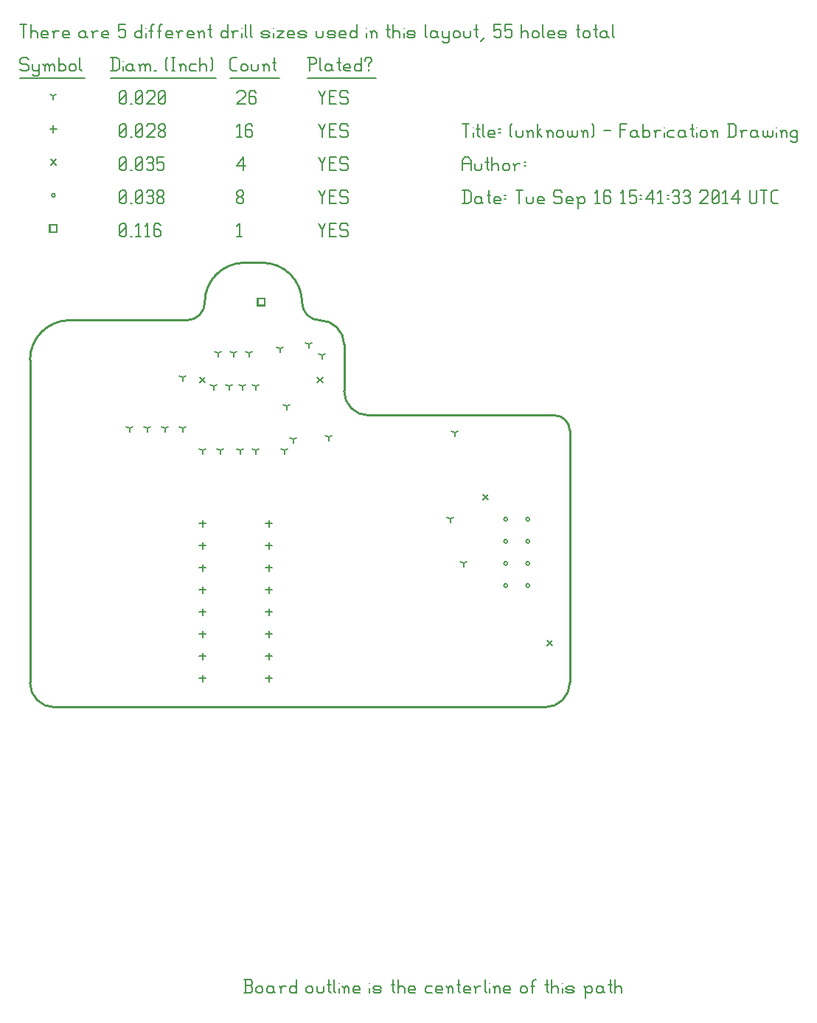
<source format=gbr>
G04 start of page 12 for group -3984 idx -3984 *
G04 Title: (unknown), fab *
G04 Creator: pcb 20110918 *
G04 CreationDate: Tue Sep 16 15:41:33 2014 UTC *
G04 For: fosse *
G04 Format: Gerber/RS-274X *
G04 PCB-Dimensions: 375000 325000 *
G04 PCB-Coordinate-Origin: lower left *
%MOIN*%
%FSLAX25Y25*%
%LNFAB*%
%ADD71C,0.0100*%
%ADD70C,0.0075*%
%ADD69C,0.0060*%
%ADD68R,0.0080X0.0080*%
G54D68*X107400Y304600D02*X110600D01*
X107400D02*Y301400D01*
X110600D01*
Y304600D02*Y301400D01*
X13400Y337850D02*X16600D01*
X13400D02*Y334650D01*
X16600D01*
Y337850D02*Y334650D01*
G54D69*X135000Y338500D02*X136500Y335500D01*
X138000Y338500D01*
X136500Y335500D02*Y332500D01*
X139800Y335800D02*X142050D01*
X139800Y332500D02*X142800D01*
X139800Y338500D02*Y332500D01*
Y338500D02*X142800D01*
X147600D02*X148350Y337750D01*
X145350Y338500D02*X147600D01*
X144600Y337750D02*X145350Y338500D01*
X144600Y337750D02*Y336250D01*
X145350Y335500D01*
X147600D01*
X148350Y334750D01*
Y333250D01*
X147600Y332500D02*X148350Y333250D01*
X145350Y332500D02*X147600D01*
X144600Y333250D02*X145350Y332500D01*
X98000Y337300D02*X99200Y338500D01*
Y332500D01*
X98000D02*X100250D01*
X45000Y333250D02*X45750Y332500D01*
X45000Y337750D02*Y333250D01*
Y337750D02*X45750Y338500D01*
X47250D01*
X48000Y337750D01*
Y333250D01*
X47250Y332500D02*X48000Y333250D01*
X45750Y332500D02*X47250D01*
X45000Y334000D02*X48000Y337000D01*
X49800Y332500D02*X50550D01*
X52350Y337300D02*X53550Y338500D01*
Y332500D01*
X52350D02*X54600D01*
X56400Y337300D02*X57600Y338500D01*
Y332500D01*
X56400D02*X58650D01*
X62700Y338500D02*X63450Y337750D01*
X61200Y338500D02*X62700D01*
X60450Y337750D02*X61200Y338500D01*
X60450Y337750D02*Y333250D01*
X61200Y332500D01*
X62700Y335800D02*X63450Y335050D01*
X60450Y335800D02*X62700D01*
X61200Y332500D02*X62700D01*
X63450Y333250D01*
Y335050D02*Y333250D01*
X228644Y204775D02*G75*G03X230244Y204775I800J0D01*G01*
G75*G03X228644Y204775I-800J0D01*G01*
Y194775D02*G75*G03X230244Y194775I800J0D01*G01*
G75*G03X228644Y194775I-800J0D01*G01*
Y184775D02*G75*G03X230244Y184775I800J0D01*G01*
G75*G03X228644Y184775I-800J0D01*G01*
Y174775D02*G75*G03X230244Y174775I800J0D01*G01*
G75*G03X228644Y174775I-800J0D01*G01*
X218644D02*G75*G03X220244Y174775I800J0D01*G01*
G75*G03X218644Y174775I-800J0D01*G01*
Y184775D02*G75*G03X220244Y184775I800J0D01*G01*
G75*G03X218644Y184775I-800J0D01*G01*
Y194775D02*G75*G03X220244Y194775I800J0D01*G01*
G75*G03X218644Y194775I-800J0D01*G01*
Y204775D02*G75*G03X220244Y204775I800J0D01*G01*
G75*G03X218644Y204775I-800J0D01*G01*
X14200Y351250D02*G75*G03X15800Y351250I800J0D01*G01*
G75*G03X14200Y351250I-800J0D01*G01*
X135000Y353500D02*X136500Y350500D01*
X138000Y353500D01*
X136500Y350500D02*Y347500D01*
X139800Y350800D02*X142050D01*
X139800Y347500D02*X142800D01*
X139800Y353500D02*Y347500D01*
Y353500D02*X142800D01*
X147600D02*X148350Y352750D01*
X145350Y353500D02*X147600D01*
X144600Y352750D02*X145350Y353500D01*
X144600Y352750D02*Y351250D01*
X145350Y350500D01*
X147600D01*
X148350Y349750D01*
Y348250D01*
X147600Y347500D02*X148350Y348250D01*
X145350Y347500D02*X147600D01*
X144600Y348250D02*X145350Y347500D01*
X98000Y348250D02*X98750Y347500D01*
X98000Y349450D02*Y348250D01*
Y349450D02*X99050Y350500D01*
X99950D01*
X101000Y349450D01*
Y348250D01*
X100250Y347500D02*X101000Y348250D01*
X98750Y347500D02*X100250D01*
X98000Y351550D02*X99050Y350500D01*
X98000Y352750D02*Y351550D01*
Y352750D02*X98750Y353500D01*
X100250D01*
X101000Y352750D01*
Y351550D01*
X99950Y350500D02*X101000Y351550D01*
X45000Y348250D02*X45750Y347500D01*
X45000Y352750D02*Y348250D01*
Y352750D02*X45750Y353500D01*
X47250D01*
X48000Y352750D01*
Y348250D01*
X47250Y347500D02*X48000Y348250D01*
X45750Y347500D02*X47250D01*
X45000Y349000D02*X48000Y352000D01*
X49800Y347500D02*X50550D01*
X52350Y348250D02*X53100Y347500D01*
X52350Y352750D02*Y348250D01*
Y352750D02*X53100Y353500D01*
X54600D01*
X55350Y352750D01*
Y348250D01*
X54600Y347500D02*X55350Y348250D01*
X53100Y347500D02*X54600D01*
X52350Y349000D02*X55350Y352000D01*
X57150Y352750D02*X57900Y353500D01*
X59400D01*
X60150Y352750D01*
X59400Y347500D02*X60150Y348250D01*
X57900Y347500D02*X59400D01*
X57150Y348250D02*X57900Y347500D01*
Y350800D02*X59400D01*
X60150Y352750D02*Y351550D01*
Y350050D02*Y348250D01*
Y350050D02*X59400Y350800D01*
X60150Y351550D02*X59400Y350800D01*
X61950Y348250D02*X62700Y347500D01*
X61950Y349450D02*Y348250D01*
Y349450D02*X63000Y350500D01*
X63900D01*
X64950Y349450D01*
Y348250D01*
X64200Y347500D02*X64950Y348250D01*
X62700Y347500D02*X64200D01*
X61950Y351550D02*X63000Y350500D01*
X61950Y352750D02*Y351550D01*
Y352750D02*X62700Y353500D01*
X64200D01*
X64950Y352750D01*
Y351550D01*
X63900Y350500D02*X64950Y351550D01*
X238244Y149975D02*X240644Y147575D01*
X238244D02*X240644Y149975D01*
X209244Y215975D02*X211644Y213575D01*
X209244D02*X211644Y215975D01*
X81224Y268995D02*X83624Y266595D01*
X81224D02*X83624Y268995D01*
X134374D02*X136774Y266595D01*
X134374D02*X136774Y268995D01*
X13800Y367450D02*X16200Y365050D01*
X13800D02*X16200Y367450D01*
X135000Y368500D02*X136500Y365500D01*
X138000Y368500D01*
X136500Y365500D02*Y362500D01*
X139800Y365800D02*X142050D01*
X139800Y362500D02*X142800D01*
X139800Y368500D02*Y362500D01*
Y368500D02*X142800D01*
X147600D02*X148350Y367750D01*
X145350Y368500D02*X147600D01*
X144600Y367750D02*X145350Y368500D01*
X144600Y367750D02*Y366250D01*
X145350Y365500D01*
X147600D01*
X148350Y364750D01*
Y363250D01*
X147600Y362500D02*X148350Y363250D01*
X145350Y362500D02*X147600D01*
X144600Y363250D02*X145350Y362500D01*
X98000Y364750D02*X101000Y368500D01*
X98000Y364750D02*X101750D01*
X101000Y368500D02*Y362500D01*
X45000Y363250D02*X45750Y362500D01*
X45000Y367750D02*Y363250D01*
Y367750D02*X45750Y368500D01*
X47250D01*
X48000Y367750D01*
Y363250D01*
X47250Y362500D02*X48000Y363250D01*
X45750Y362500D02*X47250D01*
X45000Y364000D02*X48000Y367000D01*
X49800Y362500D02*X50550D01*
X52350Y363250D02*X53100Y362500D01*
X52350Y367750D02*Y363250D01*
Y367750D02*X53100Y368500D01*
X54600D01*
X55350Y367750D01*
Y363250D01*
X54600Y362500D02*X55350Y363250D01*
X53100Y362500D02*X54600D01*
X52350Y364000D02*X55350Y367000D01*
X57150Y367750D02*X57900Y368500D01*
X59400D01*
X60150Y367750D01*
X59400Y362500D02*X60150Y363250D01*
X57900Y362500D02*X59400D01*
X57150Y363250D02*X57900Y362500D01*
Y365800D02*X59400D01*
X60150Y367750D02*Y366550D01*
Y365050D02*Y363250D01*
Y365050D02*X59400Y365800D01*
X60150Y366550D02*X59400Y365800D01*
X61950Y368500D02*X64950D01*
X61950D02*Y365500D01*
X62700Y366250D01*
X64200D01*
X64950Y365500D01*
Y363250D01*
X64200Y362500D02*X64950Y363250D01*
X62700Y362500D02*X64200D01*
X61950Y363250D02*X62700Y362500D01*
X82444Y204375D02*Y201175D01*
X80844Y202775D02*X84044D01*
X82444Y194375D02*Y191175D01*
X80844Y192775D02*X84044D01*
X82444Y184375D02*Y181175D01*
X80844Y182775D02*X84044D01*
X82444Y174375D02*Y171175D01*
X80844Y172775D02*X84044D01*
X82444Y164375D02*Y161175D01*
X80844Y162775D02*X84044D01*
X82444Y154375D02*Y151175D01*
X80844Y152775D02*X84044D01*
X82444Y144375D02*Y141175D01*
X80844Y142775D02*X84044D01*
X82444Y134375D02*Y131175D01*
X80844Y132775D02*X84044D01*
X112444Y134375D02*Y131175D01*
X110844Y132775D02*X114044D01*
X112444Y144375D02*Y141175D01*
X110844Y142775D02*X114044D01*
X112444Y154375D02*Y151175D01*
X110844Y152775D02*X114044D01*
X112444Y164375D02*Y161175D01*
X110844Y162775D02*X114044D01*
X112444Y174375D02*Y171175D01*
X110844Y172775D02*X114044D01*
X112444Y184375D02*Y181175D01*
X110844Y182775D02*X114044D01*
X112444Y194375D02*Y191175D01*
X110844Y192775D02*X114044D01*
X112444Y204375D02*Y201175D01*
X110844Y202775D02*X114044D01*
X15000Y382850D02*Y379650D01*
X13400Y381250D02*X16600D01*
X135000Y383500D02*X136500Y380500D01*
X138000Y383500D01*
X136500Y380500D02*Y377500D01*
X139800Y380800D02*X142050D01*
X139800Y377500D02*X142800D01*
X139800Y383500D02*Y377500D01*
Y383500D02*X142800D01*
X147600D02*X148350Y382750D01*
X145350Y383500D02*X147600D01*
X144600Y382750D02*X145350Y383500D01*
X144600Y382750D02*Y381250D01*
X145350Y380500D01*
X147600D01*
X148350Y379750D01*
Y378250D01*
X147600Y377500D02*X148350Y378250D01*
X145350Y377500D02*X147600D01*
X144600Y378250D02*X145350Y377500D01*
X98000Y382300D02*X99200Y383500D01*
Y377500D01*
X98000D02*X100250D01*
X104300Y383500D02*X105050Y382750D01*
X102800Y383500D02*X104300D01*
X102050Y382750D02*X102800Y383500D01*
X102050Y382750D02*Y378250D01*
X102800Y377500D01*
X104300Y380800D02*X105050Y380050D01*
X102050Y380800D02*X104300D01*
X102800Y377500D02*X104300D01*
X105050Y378250D01*
Y380050D02*Y378250D01*
X45000D02*X45750Y377500D01*
X45000Y382750D02*Y378250D01*
Y382750D02*X45750Y383500D01*
X47250D01*
X48000Y382750D01*
Y378250D01*
X47250Y377500D02*X48000Y378250D01*
X45750Y377500D02*X47250D01*
X45000Y379000D02*X48000Y382000D01*
X49800Y377500D02*X50550D01*
X52350Y378250D02*X53100Y377500D01*
X52350Y382750D02*Y378250D01*
Y382750D02*X53100Y383500D01*
X54600D01*
X55350Y382750D01*
Y378250D01*
X54600Y377500D02*X55350Y378250D01*
X53100Y377500D02*X54600D01*
X52350Y379000D02*X55350Y382000D01*
X57150Y382750D02*X57900Y383500D01*
X60150D01*
X60900Y382750D01*
Y381250D01*
X57150Y377500D02*X60900Y381250D01*
X57150Y377500D02*X60900D01*
X62700Y378250D02*X63450Y377500D01*
X62700Y379450D02*Y378250D01*
Y379450D02*X63750Y380500D01*
X64650D01*
X65700Y379450D01*
Y378250D01*
X64950Y377500D02*X65700Y378250D01*
X63450Y377500D02*X64950D01*
X62700Y381550D02*X63750Y380500D01*
X62700Y382750D02*Y381550D01*
Y382750D02*X63450Y383500D01*
X64950D01*
X65700Y382750D01*
Y381550D01*
X64650Y380500D02*X65700Y381550D01*
X139444Y241775D02*Y240175D01*
Y241775D02*X140831Y242575D01*
X139444Y241775D02*X138057Y242575D01*
X120444Y255775D02*Y254175D01*
Y255775D02*X121831Y256575D01*
X120444Y255775D02*X119057Y256575D01*
X194444Y204775D02*Y203175D01*
Y204775D02*X195831Y205575D01*
X194444Y204775D02*X193057Y205575D01*
X200444Y184775D02*Y183175D01*
Y184775D02*X201831Y185575D01*
X200444Y184775D02*X199057Y185575D01*
X196444Y243775D02*Y242175D01*
Y243775D02*X197831Y244575D01*
X196444Y243775D02*X195057Y244575D01*
X123444Y240775D02*Y239175D01*
Y240775D02*X124831Y241575D01*
X123444Y240775D02*X122057Y241575D01*
X119444Y235775D02*Y234175D01*
Y235775D02*X120831Y236575D01*
X119444Y235775D02*X118057Y236575D01*
X130444Y283775D02*Y282175D01*
Y283775D02*X131831Y284575D01*
X130444Y283775D02*X129057Y284575D01*
X136444Y278775D02*Y277175D01*
Y278775D02*X137831Y279575D01*
X136444Y278775D02*X135057Y279575D01*
X117444Y281775D02*Y280175D01*
Y281775D02*X118831Y282575D01*
X117444Y281775D02*X116057Y282575D01*
X65444Y245775D02*Y244175D01*
Y245775D02*X66831Y246575D01*
X65444Y245775D02*X64057Y246575D01*
X49444Y245775D02*Y244175D01*
Y245775D02*X50831Y246575D01*
X49444Y245775D02*X48057Y246575D01*
X57444Y245775D02*Y244175D01*
Y245775D02*X58831Y246575D01*
X57444Y245775D02*X56057Y246575D01*
X73444Y245775D02*Y244175D01*
Y245775D02*X74831Y246575D01*
X73444Y245775D02*X72057Y246575D01*
X106444Y235775D02*Y234175D01*
Y235775D02*X107831Y236575D01*
X106444Y235775D02*X105057Y236575D01*
X90444Y235775D02*Y234175D01*
Y235775D02*X91831Y236575D01*
X90444Y235775D02*X89057Y236575D01*
X73444Y268775D02*Y267175D01*
Y268775D02*X74831Y269575D01*
X73444Y268775D02*X72057Y269575D01*
X89444Y279775D02*Y278175D01*
Y279775D02*X90831Y280575D01*
X89444Y279775D02*X88057Y280575D01*
X96444Y279775D02*Y278175D01*
Y279775D02*X97831Y280575D01*
X96444Y279775D02*X95057Y280575D01*
X103444Y279775D02*Y278175D01*
Y279775D02*X104831Y280575D01*
X103444Y279775D02*X102057Y280575D01*
X82444Y235775D02*Y234175D01*
Y235775D02*X83831Y236575D01*
X82444Y235775D02*X81057Y236575D01*
X99444Y235775D02*Y234175D01*
Y235775D02*X100831Y236575D01*
X99444Y235775D02*X98057Y236575D01*
X106444Y264775D02*Y263175D01*
Y264775D02*X107831Y265575D01*
X106444Y264775D02*X105057Y265575D01*
X100444Y264775D02*Y263175D01*
Y264775D02*X101831Y265575D01*
X100444Y264775D02*X99057Y265575D01*
X94444Y264775D02*Y263175D01*
Y264775D02*X95831Y265575D01*
X94444Y264775D02*X93057Y265575D01*
X87444Y264775D02*Y263175D01*
Y264775D02*X88831Y265575D01*
X87444Y264775D02*X86057Y265575D01*
X15000Y396250D02*Y394650D01*
Y396250D02*X16387Y397050D01*
X15000Y396250D02*X13613Y397050D01*
X135000Y398500D02*X136500Y395500D01*
X138000Y398500D01*
X136500Y395500D02*Y392500D01*
X139800Y395800D02*X142050D01*
X139800Y392500D02*X142800D01*
X139800Y398500D02*Y392500D01*
Y398500D02*X142800D01*
X147600D02*X148350Y397750D01*
X145350Y398500D02*X147600D01*
X144600Y397750D02*X145350Y398500D01*
X144600Y397750D02*Y396250D01*
X145350Y395500D01*
X147600D01*
X148350Y394750D01*
Y393250D01*
X147600Y392500D02*X148350Y393250D01*
X145350Y392500D02*X147600D01*
X144600Y393250D02*X145350Y392500D01*
X98000Y397750D02*X98750Y398500D01*
X101000D01*
X101750Y397750D01*
Y396250D01*
X98000Y392500D02*X101750Y396250D01*
X98000Y392500D02*X101750D01*
X105800Y398500D02*X106550Y397750D01*
X104300Y398500D02*X105800D01*
X103550Y397750D02*X104300Y398500D01*
X103550Y397750D02*Y393250D01*
X104300Y392500D01*
X105800Y395800D02*X106550Y395050D01*
X103550Y395800D02*X105800D01*
X104300Y392500D02*X105800D01*
X106550Y393250D01*
Y395050D02*Y393250D01*
X45000D02*X45750Y392500D01*
X45000Y397750D02*Y393250D01*
Y397750D02*X45750Y398500D01*
X47250D01*
X48000Y397750D01*
Y393250D01*
X47250Y392500D02*X48000Y393250D01*
X45750Y392500D02*X47250D01*
X45000Y394000D02*X48000Y397000D01*
X49800Y392500D02*X50550D01*
X52350Y393250D02*X53100Y392500D01*
X52350Y397750D02*Y393250D01*
Y397750D02*X53100Y398500D01*
X54600D01*
X55350Y397750D01*
Y393250D01*
X54600Y392500D02*X55350Y393250D01*
X53100Y392500D02*X54600D01*
X52350Y394000D02*X55350Y397000D01*
X57150Y397750D02*X57900Y398500D01*
X60150D01*
X60900Y397750D01*
Y396250D01*
X57150Y392500D02*X60900Y396250D01*
X57150Y392500D02*X60900D01*
X62700Y393250D02*X63450Y392500D01*
X62700Y397750D02*Y393250D01*
Y397750D02*X63450Y398500D01*
X64950D01*
X65700Y397750D01*
Y393250D01*
X64950Y392500D02*X65700Y393250D01*
X63450Y392500D02*X64950D01*
X62700Y394000D02*X65700Y397000D01*
X3000Y413500D02*X3750Y412750D01*
X750Y413500D02*X3000D01*
X0Y412750D02*X750Y413500D01*
X0Y412750D02*Y411250D01*
X750Y410500D01*
X3000D01*
X3750Y409750D01*
Y408250D01*
X3000Y407500D02*X3750Y408250D01*
X750Y407500D02*X3000D01*
X0Y408250D02*X750Y407500D01*
X5550Y410500D02*Y408250D01*
X6300Y407500D01*
X8550Y410500D02*Y406000D01*
X7800Y405250D02*X8550Y406000D01*
X6300Y405250D02*X7800D01*
X5550Y406000D02*X6300Y405250D01*
Y407500D02*X7800D01*
X8550Y408250D01*
X11100Y409750D02*Y407500D01*
Y409750D02*X11850Y410500D01*
X12600D01*
X13350Y409750D01*
Y407500D01*
Y409750D02*X14100Y410500D01*
X14850D01*
X15600Y409750D01*
Y407500D01*
X10350Y410500D02*X11100Y409750D01*
X17400Y413500D02*Y407500D01*
Y408250D02*X18150Y407500D01*
X19650D01*
X20400Y408250D01*
Y409750D02*Y408250D01*
X19650Y410500D02*X20400Y409750D01*
X18150Y410500D02*X19650D01*
X17400Y409750D02*X18150Y410500D01*
X22200Y409750D02*Y408250D01*
Y409750D02*X22950Y410500D01*
X24450D01*
X25200Y409750D01*
Y408250D01*
X24450Y407500D02*X25200Y408250D01*
X22950Y407500D02*X24450D01*
X22200Y408250D02*X22950Y407500D01*
X27000Y413500D02*Y408250D01*
X27750Y407500D01*
X0Y404250D02*X29250D01*
X41750Y413500D02*Y407500D01*
X43700Y413500D02*X44750Y412450D01*
Y408550D01*
X43700Y407500D02*X44750Y408550D01*
X41000Y407500D02*X43700D01*
X41000Y413500D02*X43700D01*
G54D70*X46550Y412000D02*Y411850D01*
G54D69*Y409750D02*Y407500D01*
X50300Y410500D02*X51050Y409750D01*
X48800Y410500D02*X50300D01*
X48050Y409750D02*X48800Y410500D01*
X48050Y409750D02*Y408250D01*
X48800Y407500D01*
X51050Y410500D02*Y408250D01*
X51800Y407500D01*
X48800D02*X50300D01*
X51050Y408250D01*
X54350Y409750D02*Y407500D01*
Y409750D02*X55100Y410500D01*
X55850D01*
X56600Y409750D01*
Y407500D01*
Y409750D02*X57350Y410500D01*
X58100D01*
X58850Y409750D01*
Y407500D01*
X53600Y410500D02*X54350Y409750D01*
X60650Y407500D02*X61400D01*
X65900Y408250D02*X66650Y407500D01*
X65900Y412750D02*X66650Y413500D01*
X65900Y412750D02*Y408250D01*
X68450Y413500D02*X69950D01*
X69200D02*Y407500D01*
X68450D02*X69950D01*
X72500Y409750D02*Y407500D01*
Y409750D02*X73250Y410500D01*
X74000D01*
X74750Y409750D01*
Y407500D01*
X71750Y410500D02*X72500Y409750D01*
X77300Y410500D02*X79550D01*
X76550Y409750D02*X77300Y410500D01*
X76550Y409750D02*Y408250D01*
X77300Y407500D01*
X79550D01*
X81350Y413500D02*Y407500D01*
Y409750D02*X82100Y410500D01*
X83600D01*
X84350Y409750D01*
Y407500D01*
X86150Y413500D02*X86900Y412750D01*
Y408250D01*
X86150Y407500D02*X86900Y408250D01*
X41000Y404250D02*X88700D01*
X96050Y407500D02*X98000D01*
X95000Y408550D02*X96050Y407500D01*
X95000Y412450D02*Y408550D01*
Y412450D02*X96050Y413500D01*
X98000D01*
X99800Y409750D02*Y408250D01*
Y409750D02*X100550Y410500D01*
X102050D01*
X102800Y409750D01*
Y408250D01*
X102050Y407500D02*X102800Y408250D01*
X100550Y407500D02*X102050D01*
X99800Y408250D02*X100550Y407500D01*
X104600Y410500D02*Y408250D01*
X105350Y407500D01*
X106850D01*
X107600Y408250D01*
Y410500D02*Y408250D01*
X110150Y409750D02*Y407500D01*
Y409750D02*X110900Y410500D01*
X111650D01*
X112400Y409750D01*
Y407500D01*
X109400Y410500D02*X110150Y409750D01*
X114950Y413500D02*Y408250D01*
X115700Y407500D01*
X114200Y411250D02*X115700D01*
X95000Y404250D02*X117200D01*
X130750Y413500D02*Y407500D01*
X130000Y413500D02*X133000D01*
X133750Y412750D01*
Y411250D01*
X133000Y410500D02*X133750Y411250D01*
X130750Y410500D02*X133000D01*
X135550Y413500D02*Y408250D01*
X136300Y407500D01*
X140050Y410500D02*X140800Y409750D01*
X138550Y410500D02*X140050D01*
X137800Y409750D02*X138550Y410500D01*
X137800Y409750D02*Y408250D01*
X138550Y407500D01*
X140800Y410500D02*Y408250D01*
X141550Y407500D01*
X138550D02*X140050D01*
X140800Y408250D01*
X144100Y413500D02*Y408250D01*
X144850Y407500D01*
X143350Y411250D02*X144850D01*
X147100Y407500D02*X149350D01*
X146350Y408250D02*X147100Y407500D01*
X146350Y409750D02*Y408250D01*
Y409750D02*X147100Y410500D01*
X148600D01*
X149350Y409750D01*
X146350Y409000D02*X149350D01*
Y409750D02*Y409000D01*
X154150Y413500D02*Y407500D01*
X153400D02*X154150Y408250D01*
X151900Y407500D02*X153400D01*
X151150Y408250D02*X151900Y407500D01*
X151150Y409750D02*Y408250D01*
Y409750D02*X151900Y410500D01*
X153400D01*
X154150Y409750D01*
X157450Y410500D02*Y409750D01*
Y408250D02*Y407500D01*
X155950Y412750D02*Y412000D01*
Y412750D02*X156700Y413500D01*
X158200D01*
X158950Y412750D01*
Y412000D01*
X157450Y410500D02*X158950Y412000D01*
X130000Y404250D02*X160750D01*
X0Y428500D02*X3000D01*
X1500D02*Y422500D01*
X4800Y428500D02*Y422500D01*
Y424750D02*X5550Y425500D01*
X7050D01*
X7800Y424750D01*
Y422500D01*
X10350D02*X12600D01*
X9600Y423250D02*X10350Y422500D01*
X9600Y424750D02*Y423250D01*
Y424750D02*X10350Y425500D01*
X11850D01*
X12600Y424750D01*
X9600Y424000D02*X12600D01*
Y424750D02*Y424000D01*
X15150Y424750D02*Y422500D01*
Y424750D02*X15900Y425500D01*
X17400D01*
X14400D02*X15150Y424750D01*
X19950Y422500D02*X22200D01*
X19200Y423250D02*X19950Y422500D01*
X19200Y424750D02*Y423250D01*
Y424750D02*X19950Y425500D01*
X21450D01*
X22200Y424750D01*
X19200Y424000D02*X22200D01*
Y424750D02*Y424000D01*
X28950Y425500D02*X29700Y424750D01*
X27450Y425500D02*X28950D01*
X26700Y424750D02*X27450Y425500D01*
X26700Y424750D02*Y423250D01*
X27450Y422500D01*
X29700Y425500D02*Y423250D01*
X30450Y422500D01*
X27450D02*X28950D01*
X29700Y423250D01*
X33000Y424750D02*Y422500D01*
Y424750D02*X33750Y425500D01*
X35250D01*
X32250D02*X33000Y424750D01*
X37800Y422500D02*X40050D01*
X37050Y423250D02*X37800Y422500D01*
X37050Y424750D02*Y423250D01*
Y424750D02*X37800Y425500D01*
X39300D01*
X40050Y424750D01*
X37050Y424000D02*X40050D01*
Y424750D02*Y424000D01*
X44550Y428500D02*X47550D01*
X44550D02*Y425500D01*
X45300Y426250D01*
X46800D01*
X47550Y425500D01*
Y423250D01*
X46800Y422500D02*X47550Y423250D01*
X45300Y422500D02*X46800D01*
X44550Y423250D02*X45300Y422500D01*
X55050Y428500D02*Y422500D01*
X54300D02*X55050Y423250D01*
X52800Y422500D02*X54300D01*
X52050Y423250D02*X52800Y422500D01*
X52050Y424750D02*Y423250D01*
Y424750D02*X52800Y425500D01*
X54300D01*
X55050Y424750D01*
G54D70*X56850Y427000D02*Y426850D01*
G54D69*Y424750D02*Y422500D01*
X59100Y427750D02*Y422500D01*
Y427750D02*X59850Y428500D01*
X60600D01*
X58350Y425500D02*X59850D01*
X62850Y427750D02*Y422500D01*
Y427750D02*X63600Y428500D01*
X64350D01*
X62100Y425500D02*X63600D01*
X66600Y422500D02*X68850D01*
X65850Y423250D02*X66600Y422500D01*
X65850Y424750D02*Y423250D01*
Y424750D02*X66600Y425500D01*
X68100D01*
X68850Y424750D01*
X65850Y424000D02*X68850D01*
Y424750D02*Y424000D01*
X71400Y424750D02*Y422500D01*
Y424750D02*X72150Y425500D01*
X73650D01*
X70650D02*X71400Y424750D01*
X76200Y422500D02*X78450D01*
X75450Y423250D02*X76200Y422500D01*
X75450Y424750D02*Y423250D01*
Y424750D02*X76200Y425500D01*
X77700D01*
X78450Y424750D01*
X75450Y424000D02*X78450D01*
Y424750D02*Y424000D01*
X81000Y424750D02*Y422500D01*
Y424750D02*X81750Y425500D01*
X82500D01*
X83250Y424750D01*
Y422500D01*
X80250Y425500D02*X81000Y424750D01*
X85800Y428500D02*Y423250D01*
X86550Y422500D01*
X85050Y426250D02*X86550D01*
X93750Y428500D02*Y422500D01*
X93000D02*X93750Y423250D01*
X91500Y422500D02*X93000D01*
X90750Y423250D02*X91500Y422500D01*
X90750Y424750D02*Y423250D01*
Y424750D02*X91500Y425500D01*
X93000D01*
X93750Y424750D01*
X96300D02*Y422500D01*
Y424750D02*X97050Y425500D01*
X98550D01*
X95550D02*X96300Y424750D01*
G54D70*X100350Y427000D02*Y426850D01*
G54D69*Y424750D02*Y422500D01*
X101850Y428500D02*Y423250D01*
X102600Y422500D01*
X104100Y428500D02*Y423250D01*
X104850Y422500D01*
X109800D02*X112050D01*
X112800Y423250D01*
X112050Y424000D02*X112800Y423250D01*
X109800Y424000D02*X112050D01*
X109050Y424750D02*X109800Y424000D01*
X109050Y424750D02*X109800Y425500D01*
X112050D01*
X112800Y424750D01*
X109050Y423250D02*X109800Y422500D01*
G54D70*X114600Y427000D02*Y426850D01*
G54D69*Y424750D02*Y422500D01*
X116100Y425500D02*X119100D01*
X116100Y422500D02*X119100Y425500D01*
X116100Y422500D02*X119100D01*
X121650D02*X123900D01*
X120900Y423250D02*X121650Y422500D01*
X120900Y424750D02*Y423250D01*
Y424750D02*X121650Y425500D01*
X123150D01*
X123900Y424750D01*
X120900Y424000D02*X123900D01*
Y424750D02*Y424000D01*
X126450Y422500D02*X128700D01*
X129450Y423250D01*
X128700Y424000D02*X129450Y423250D01*
X126450Y424000D02*X128700D01*
X125700Y424750D02*X126450Y424000D01*
X125700Y424750D02*X126450Y425500D01*
X128700D01*
X129450Y424750D01*
X125700Y423250D02*X126450Y422500D01*
X133950Y425500D02*Y423250D01*
X134700Y422500D01*
X136200D01*
X136950Y423250D01*
Y425500D02*Y423250D01*
X139500Y422500D02*X141750D01*
X142500Y423250D01*
X141750Y424000D02*X142500Y423250D01*
X139500Y424000D02*X141750D01*
X138750Y424750D02*X139500Y424000D01*
X138750Y424750D02*X139500Y425500D01*
X141750D01*
X142500Y424750D01*
X138750Y423250D02*X139500Y422500D01*
X145050D02*X147300D01*
X144300Y423250D02*X145050Y422500D01*
X144300Y424750D02*Y423250D01*
Y424750D02*X145050Y425500D01*
X146550D01*
X147300Y424750D01*
X144300Y424000D02*X147300D01*
Y424750D02*Y424000D01*
X152100Y428500D02*Y422500D01*
X151350D02*X152100Y423250D01*
X149850Y422500D02*X151350D01*
X149100Y423250D02*X149850Y422500D01*
X149100Y424750D02*Y423250D01*
Y424750D02*X149850Y425500D01*
X151350D01*
X152100Y424750D01*
G54D70*X156600Y427000D02*Y426850D01*
G54D69*Y424750D02*Y422500D01*
X158850Y424750D02*Y422500D01*
Y424750D02*X159600Y425500D01*
X160350D01*
X161100Y424750D01*
Y422500D01*
X158100Y425500D02*X158850Y424750D01*
X166350Y428500D02*Y423250D01*
X167100Y422500D01*
X165600Y426250D02*X167100D01*
X168600Y428500D02*Y422500D01*
Y424750D02*X169350Y425500D01*
X170850D01*
X171600Y424750D01*
Y422500D01*
G54D70*X173400Y427000D02*Y426850D01*
G54D69*Y424750D02*Y422500D01*
X175650D02*X177900D01*
X178650Y423250D01*
X177900Y424000D02*X178650Y423250D01*
X175650Y424000D02*X177900D01*
X174900Y424750D02*X175650Y424000D01*
X174900Y424750D02*X175650Y425500D01*
X177900D01*
X178650Y424750D01*
X174900Y423250D02*X175650Y422500D01*
X183150Y428500D02*Y423250D01*
X183900Y422500D01*
X187650Y425500D02*X188400Y424750D01*
X186150Y425500D02*X187650D01*
X185400Y424750D02*X186150Y425500D01*
X185400Y424750D02*Y423250D01*
X186150Y422500D01*
X188400Y425500D02*Y423250D01*
X189150Y422500D01*
X186150D02*X187650D01*
X188400Y423250D01*
X190950Y425500D02*Y423250D01*
X191700Y422500D01*
X193950Y425500D02*Y421000D01*
X193200Y420250D02*X193950Y421000D01*
X191700Y420250D02*X193200D01*
X190950Y421000D02*X191700Y420250D01*
Y422500D02*X193200D01*
X193950Y423250D01*
X195750Y424750D02*Y423250D01*
Y424750D02*X196500Y425500D01*
X198000D01*
X198750Y424750D01*
Y423250D01*
X198000Y422500D02*X198750Y423250D01*
X196500Y422500D02*X198000D01*
X195750Y423250D02*X196500Y422500D01*
X200550Y425500D02*Y423250D01*
X201300Y422500D01*
X202800D01*
X203550Y423250D01*
Y425500D02*Y423250D01*
X206100Y428500D02*Y423250D01*
X206850Y422500D01*
X205350Y426250D02*X206850D01*
X208350Y421000D02*X209850Y422500D01*
X214350Y428500D02*X217350D01*
X214350D02*Y425500D01*
X215100Y426250D01*
X216600D01*
X217350Y425500D01*
Y423250D01*
X216600Y422500D02*X217350Y423250D01*
X215100Y422500D02*X216600D01*
X214350Y423250D02*X215100Y422500D01*
X219150Y428500D02*X222150D01*
X219150D02*Y425500D01*
X219900Y426250D01*
X221400D01*
X222150Y425500D01*
Y423250D01*
X221400Y422500D02*X222150Y423250D01*
X219900Y422500D02*X221400D01*
X219150Y423250D02*X219900Y422500D01*
X226650Y428500D02*Y422500D01*
Y424750D02*X227400Y425500D01*
X228900D01*
X229650Y424750D01*
Y422500D01*
X231450Y424750D02*Y423250D01*
Y424750D02*X232200Y425500D01*
X233700D01*
X234450Y424750D01*
Y423250D01*
X233700Y422500D02*X234450Y423250D01*
X232200Y422500D02*X233700D01*
X231450Y423250D02*X232200Y422500D01*
X236250Y428500D02*Y423250D01*
X237000Y422500D01*
X239250D02*X241500D01*
X238500Y423250D02*X239250Y422500D01*
X238500Y424750D02*Y423250D01*
Y424750D02*X239250Y425500D01*
X240750D01*
X241500Y424750D01*
X238500Y424000D02*X241500D01*
Y424750D02*Y424000D01*
X244050Y422500D02*X246300D01*
X247050Y423250D01*
X246300Y424000D02*X247050Y423250D01*
X244050Y424000D02*X246300D01*
X243300Y424750D02*X244050Y424000D01*
X243300Y424750D02*X244050Y425500D01*
X246300D01*
X247050Y424750D01*
X243300Y423250D02*X244050Y422500D01*
X252300Y428500D02*Y423250D01*
X253050Y422500D01*
X251550Y426250D02*X253050D01*
X254550Y424750D02*Y423250D01*
Y424750D02*X255300Y425500D01*
X256800D01*
X257550Y424750D01*
Y423250D01*
X256800Y422500D02*X257550Y423250D01*
X255300Y422500D02*X256800D01*
X254550Y423250D02*X255300Y422500D01*
X260100Y428500D02*Y423250D01*
X260850Y422500D01*
X259350Y426250D02*X260850D01*
X264600Y425500D02*X265350Y424750D01*
X263100Y425500D02*X264600D01*
X262350Y424750D02*X263100Y425500D01*
X262350Y424750D02*Y423250D01*
X263100Y422500D01*
X265350Y425500D02*Y423250D01*
X266100Y422500D01*
X263100D02*X264600D01*
X265350Y423250D01*
X267900Y428500D02*Y423250D01*
X268650Y422500D01*
G54D71*X248444Y130775D02*Y244775D01*
X157444Y251775D02*X241444D01*
X146444Y283775D02*Y262775D01*
X15444Y119775D02*X237444D01*
X4444Y276775D02*Y130775D01*
X75444Y294775D02*X22444D01*
X101444Y320775D02*X110444D01*
X237444Y119775D02*G75*G03X248444Y130775I0J11000D01*G01*
X241444Y251775D02*G75*G02X248444Y244775I0J-7000D01*G01*
X83444Y302775D02*G75*G02X75444Y294775I-8000J0D01*G01*
X101444Y320775D02*G75*G03X83444Y302775I0J-18000D01*G01*
X146444Y262775D02*G75*G03X157444Y251775I11000J0D01*G01*
X135444Y294775D02*G75*G02X146444Y283775I0J-11000D01*G01*
X4444Y130775D02*G75*G03X15444Y119775I11000J0D01*G01*
X22444Y294775D02*G75*G03X4444Y276775I0J-18000D01*G01*
X135444Y294775D02*G75*G02X127444Y302775I0J8000D01*G01*
X109444Y320775D02*G75*G02X127444Y302775I0J-18000D01*G01*
G54D69*X101175Y-9500D02*X104175D01*
X104925Y-8750D01*
Y-6950D02*Y-8750D01*
X104175Y-6200D02*X104925Y-6950D01*
X101925Y-6200D02*X104175D01*
X101925Y-3500D02*Y-9500D01*
X101175Y-3500D02*X104175D01*
X104925Y-4250D01*
Y-5450D01*
X104175Y-6200D02*X104925Y-5450D01*
X106725Y-7250D02*Y-8750D01*
Y-7250D02*X107475Y-6500D01*
X108975D01*
X109725Y-7250D01*
Y-8750D01*
X108975Y-9500D02*X109725Y-8750D01*
X107475Y-9500D02*X108975D01*
X106725Y-8750D02*X107475Y-9500D01*
X113775Y-6500D02*X114525Y-7250D01*
X112275Y-6500D02*X113775D01*
X111525Y-7250D02*X112275Y-6500D01*
X111525Y-7250D02*Y-8750D01*
X112275Y-9500D01*
X114525Y-6500D02*Y-8750D01*
X115275Y-9500D01*
X112275D02*X113775D01*
X114525Y-8750D01*
X117825Y-7250D02*Y-9500D01*
Y-7250D02*X118575Y-6500D01*
X120075D01*
X117075D02*X117825Y-7250D01*
X124875Y-3500D02*Y-9500D01*
X124125D02*X124875Y-8750D01*
X122625Y-9500D02*X124125D01*
X121875Y-8750D02*X122625Y-9500D01*
X121875Y-7250D02*Y-8750D01*
Y-7250D02*X122625Y-6500D01*
X124125D01*
X124875Y-7250D01*
X129375D02*Y-8750D01*
Y-7250D02*X130125Y-6500D01*
X131625D01*
X132375Y-7250D01*
Y-8750D01*
X131625Y-9500D02*X132375Y-8750D01*
X130125Y-9500D02*X131625D01*
X129375Y-8750D02*X130125Y-9500D01*
X134175Y-6500D02*Y-8750D01*
X134925Y-9500D01*
X136425D01*
X137175Y-8750D01*
Y-6500D02*Y-8750D01*
X139725Y-3500D02*Y-8750D01*
X140475Y-9500D01*
X138975Y-5750D02*X140475D01*
X141975Y-3500D02*Y-8750D01*
X142725Y-9500D01*
G54D70*X144225Y-5000D02*Y-5150D01*
G54D69*Y-7250D02*Y-9500D01*
X146475Y-7250D02*Y-9500D01*
Y-7250D02*X147225Y-6500D01*
X147975D01*
X148725Y-7250D01*
Y-9500D01*
X145725Y-6500D02*X146475Y-7250D01*
X151275Y-9500D02*X153525D01*
X150525Y-8750D02*X151275Y-9500D01*
X150525Y-7250D02*Y-8750D01*
Y-7250D02*X151275Y-6500D01*
X152775D01*
X153525Y-7250D01*
X150525Y-8000D02*X153525D01*
Y-7250D02*Y-8000D01*
G54D70*X158025Y-5000D02*Y-5150D01*
G54D69*Y-7250D02*Y-9500D01*
X160275D02*X162525D01*
X163275Y-8750D01*
X162525Y-8000D02*X163275Y-8750D01*
X160275Y-8000D02*X162525D01*
X159525Y-7250D02*X160275Y-8000D01*
X159525Y-7250D02*X160275Y-6500D01*
X162525D01*
X163275Y-7250D01*
X159525Y-8750D02*X160275Y-9500D01*
X168525Y-3500D02*Y-8750D01*
X169275Y-9500D01*
X167775Y-5750D02*X169275D01*
X170775Y-3500D02*Y-9500D01*
Y-7250D02*X171525Y-6500D01*
X173025D01*
X173775Y-7250D01*
Y-9500D01*
X176325D02*X178575D01*
X175575Y-8750D02*X176325Y-9500D01*
X175575Y-7250D02*Y-8750D01*
Y-7250D02*X176325Y-6500D01*
X177825D01*
X178575Y-7250D01*
X175575Y-8000D02*X178575D01*
Y-7250D02*Y-8000D01*
X183825Y-6500D02*X186075D01*
X183075Y-7250D02*X183825Y-6500D01*
X183075Y-7250D02*Y-8750D01*
X183825Y-9500D01*
X186075D01*
X188625D02*X190875D01*
X187875Y-8750D02*X188625Y-9500D01*
X187875Y-7250D02*Y-8750D01*
Y-7250D02*X188625Y-6500D01*
X190125D01*
X190875Y-7250D01*
X187875Y-8000D02*X190875D01*
Y-7250D02*Y-8000D01*
X193425Y-7250D02*Y-9500D01*
Y-7250D02*X194175Y-6500D01*
X194925D01*
X195675Y-7250D01*
Y-9500D01*
X192675Y-6500D02*X193425Y-7250D01*
X198225Y-3500D02*Y-8750D01*
X198975Y-9500D01*
X197475Y-5750D02*X198975D01*
X201225Y-9500D02*X203475D01*
X200475Y-8750D02*X201225Y-9500D01*
X200475Y-7250D02*Y-8750D01*
Y-7250D02*X201225Y-6500D01*
X202725D01*
X203475Y-7250D01*
X200475Y-8000D02*X203475D01*
Y-7250D02*Y-8000D01*
X206025Y-7250D02*Y-9500D01*
Y-7250D02*X206775Y-6500D01*
X208275D01*
X205275D02*X206025Y-7250D01*
X210075Y-3500D02*Y-8750D01*
X210825Y-9500D01*
G54D70*X212325Y-5000D02*Y-5150D01*
G54D69*Y-7250D02*Y-9500D01*
X214575Y-7250D02*Y-9500D01*
Y-7250D02*X215325Y-6500D01*
X216075D01*
X216825Y-7250D01*
Y-9500D01*
X213825Y-6500D02*X214575Y-7250D01*
X219375Y-9500D02*X221625D01*
X218625Y-8750D02*X219375Y-9500D01*
X218625Y-7250D02*Y-8750D01*
Y-7250D02*X219375Y-6500D01*
X220875D01*
X221625Y-7250D01*
X218625Y-8000D02*X221625D01*
Y-7250D02*Y-8000D01*
X226125Y-7250D02*Y-8750D01*
Y-7250D02*X226875Y-6500D01*
X228375D01*
X229125Y-7250D01*
Y-8750D01*
X228375Y-9500D02*X229125Y-8750D01*
X226875Y-9500D02*X228375D01*
X226125Y-8750D02*X226875Y-9500D01*
X231675Y-4250D02*Y-9500D01*
Y-4250D02*X232425Y-3500D01*
X233175D01*
X230925Y-6500D02*X232425D01*
X238125Y-3500D02*Y-8750D01*
X238875Y-9500D01*
X237375Y-5750D02*X238875D01*
X240375Y-3500D02*Y-9500D01*
Y-7250D02*X241125Y-6500D01*
X242625D01*
X243375Y-7250D01*
Y-9500D01*
G54D70*X245175Y-5000D02*Y-5150D01*
G54D69*Y-7250D02*Y-9500D01*
X247425D02*X249675D01*
X250425Y-8750D01*
X249675Y-8000D02*X250425Y-8750D01*
X247425Y-8000D02*X249675D01*
X246675Y-7250D02*X247425Y-8000D01*
X246675Y-7250D02*X247425Y-6500D01*
X249675D01*
X250425Y-7250D01*
X246675Y-8750D02*X247425Y-9500D01*
X255675Y-7250D02*Y-11750D01*
X254925Y-6500D02*X255675Y-7250D01*
X256425Y-6500D01*
X257925D01*
X258675Y-7250D01*
Y-8750D01*
X257925Y-9500D02*X258675Y-8750D01*
X256425Y-9500D02*X257925D01*
X255675Y-8750D02*X256425Y-9500D01*
X262725Y-6500D02*X263475Y-7250D01*
X261225Y-6500D02*X262725D01*
X260475Y-7250D02*X261225Y-6500D01*
X260475Y-7250D02*Y-8750D01*
X261225Y-9500D01*
X263475Y-6500D02*Y-8750D01*
X264225Y-9500D01*
X261225D02*X262725D01*
X263475Y-8750D01*
X266775Y-3500D02*Y-8750D01*
X267525Y-9500D01*
X266025Y-5750D02*X267525D01*
X269025Y-3500D02*Y-9500D01*
Y-7250D02*X269775Y-6500D01*
X271275D01*
X272025Y-7250D01*
Y-9500D01*
X200750Y353500D02*Y347500D01*
X202700Y353500D02*X203750Y352450D01*
Y348550D01*
X202700Y347500D02*X203750Y348550D01*
X200000Y347500D02*X202700D01*
X200000Y353500D02*X202700D01*
X207800Y350500D02*X208550Y349750D01*
X206300Y350500D02*X207800D01*
X205550Y349750D02*X206300Y350500D01*
X205550Y349750D02*Y348250D01*
X206300Y347500D01*
X208550Y350500D02*Y348250D01*
X209300Y347500D01*
X206300D02*X207800D01*
X208550Y348250D01*
X211850Y353500D02*Y348250D01*
X212600Y347500D01*
X211100Y351250D02*X212600D01*
X214850Y347500D02*X217100D01*
X214100Y348250D02*X214850Y347500D01*
X214100Y349750D02*Y348250D01*
Y349750D02*X214850Y350500D01*
X216350D01*
X217100Y349750D01*
X214100Y349000D02*X217100D01*
Y349750D02*Y349000D01*
X218900Y351250D02*X219650D01*
X218900Y349750D02*X219650D01*
X224150Y353500D02*X227150D01*
X225650D02*Y347500D01*
X228950Y350500D02*Y348250D01*
X229700Y347500D01*
X231200D01*
X231950Y348250D01*
Y350500D02*Y348250D01*
X234500Y347500D02*X236750D01*
X233750Y348250D02*X234500Y347500D01*
X233750Y349750D02*Y348250D01*
Y349750D02*X234500Y350500D01*
X236000D01*
X236750Y349750D01*
X233750Y349000D02*X236750D01*
Y349750D02*Y349000D01*
X244250Y353500D02*X245000Y352750D01*
X242000Y353500D02*X244250D01*
X241250Y352750D02*X242000Y353500D01*
X241250Y352750D02*Y351250D01*
X242000Y350500D01*
X244250D01*
X245000Y349750D01*
Y348250D01*
X244250Y347500D02*X245000Y348250D01*
X242000Y347500D02*X244250D01*
X241250Y348250D02*X242000Y347500D01*
X247550D02*X249800D01*
X246800Y348250D02*X247550Y347500D01*
X246800Y349750D02*Y348250D01*
Y349750D02*X247550Y350500D01*
X249050D01*
X249800Y349750D01*
X246800Y349000D02*X249800D01*
Y349750D02*Y349000D01*
X252350Y349750D02*Y345250D01*
X251600Y350500D02*X252350Y349750D01*
X253100Y350500D01*
X254600D01*
X255350Y349750D01*
Y348250D01*
X254600Y347500D02*X255350Y348250D01*
X253100Y347500D02*X254600D01*
X252350Y348250D02*X253100Y347500D01*
X259850Y352300D02*X261050Y353500D01*
Y347500D01*
X259850D02*X262100D01*
X266150Y353500D02*X266900Y352750D01*
X264650Y353500D02*X266150D01*
X263900Y352750D02*X264650Y353500D01*
X263900Y352750D02*Y348250D01*
X264650Y347500D01*
X266150Y350800D02*X266900Y350050D01*
X263900Y350800D02*X266150D01*
X264650Y347500D02*X266150D01*
X266900Y348250D01*
Y350050D02*Y348250D01*
X271400Y352300D02*X272600Y353500D01*
Y347500D01*
X271400D02*X273650D01*
X275450Y353500D02*X278450D01*
X275450D02*Y350500D01*
X276200Y351250D01*
X277700D01*
X278450Y350500D01*
Y348250D01*
X277700Y347500D02*X278450Y348250D01*
X276200Y347500D02*X277700D01*
X275450Y348250D02*X276200Y347500D01*
X280250Y351250D02*X281000D01*
X280250Y349750D02*X281000D01*
X282800D02*X285800Y353500D01*
X282800Y349750D02*X286550D01*
X285800Y353500D02*Y347500D01*
X288350Y352300D02*X289550Y353500D01*
Y347500D01*
X288350D02*X290600D01*
X292400Y351250D02*X293150D01*
X292400Y349750D02*X293150D01*
X294950Y352750D02*X295700Y353500D01*
X297200D01*
X297950Y352750D01*
X297200Y347500D02*X297950Y348250D01*
X295700Y347500D02*X297200D01*
X294950Y348250D02*X295700Y347500D01*
Y350800D02*X297200D01*
X297950Y352750D02*Y351550D01*
Y350050D02*Y348250D01*
Y350050D02*X297200Y350800D01*
X297950Y351550D02*X297200Y350800D01*
X299750Y352750D02*X300500Y353500D01*
X302000D01*
X302750Y352750D01*
X302000Y347500D02*X302750Y348250D01*
X300500Y347500D02*X302000D01*
X299750Y348250D02*X300500Y347500D01*
Y350800D02*X302000D01*
X302750Y352750D02*Y351550D01*
Y350050D02*Y348250D01*
Y350050D02*X302000Y350800D01*
X302750Y351550D02*X302000Y350800D01*
X307250Y352750D02*X308000Y353500D01*
X310250D01*
X311000Y352750D01*
Y351250D01*
X307250Y347500D02*X311000Y351250D01*
X307250Y347500D02*X311000D01*
X312800Y348250D02*X313550Y347500D01*
X312800Y352750D02*Y348250D01*
Y352750D02*X313550Y353500D01*
X315050D01*
X315800Y352750D01*
Y348250D01*
X315050Y347500D02*X315800Y348250D01*
X313550Y347500D02*X315050D01*
X312800Y349000D02*X315800Y352000D01*
X317600Y352300D02*X318800Y353500D01*
Y347500D01*
X317600D02*X319850D01*
X321650Y349750D02*X324650Y353500D01*
X321650Y349750D02*X325400D01*
X324650Y353500D02*Y347500D01*
X329900Y353500D02*Y348250D01*
X330650Y347500D01*
X332150D01*
X332900Y348250D01*
Y353500D02*Y348250D01*
X334700Y353500D02*X337700D01*
X336200D02*Y347500D01*
X340550D02*X342500D01*
X339500Y348550D02*X340550Y347500D01*
X339500Y352450D02*Y348550D01*
Y352450D02*X340550Y353500D01*
X342500D01*
X200000Y367000D02*Y362500D01*
Y367000D02*X201050Y368500D01*
X202700D01*
X203750Y367000D01*
Y362500D01*
X200000Y365500D02*X203750D01*
X205550D02*Y363250D01*
X206300Y362500D01*
X207800D01*
X208550Y363250D01*
Y365500D02*Y363250D01*
X211100Y368500D02*Y363250D01*
X211850Y362500D01*
X210350Y366250D02*X211850D01*
X213350Y368500D02*Y362500D01*
Y364750D02*X214100Y365500D01*
X215600D01*
X216350Y364750D01*
Y362500D01*
X218150Y364750D02*Y363250D01*
Y364750D02*X218900Y365500D01*
X220400D01*
X221150Y364750D01*
Y363250D01*
X220400Y362500D02*X221150Y363250D01*
X218900Y362500D02*X220400D01*
X218150Y363250D02*X218900Y362500D01*
X223700Y364750D02*Y362500D01*
Y364750D02*X224450Y365500D01*
X225950D01*
X222950D02*X223700Y364750D01*
X227750Y366250D02*X228500D01*
X227750Y364750D02*X228500D01*
X200000Y383500D02*X203000D01*
X201500D02*Y377500D01*
G54D70*X204800Y382000D02*Y381850D01*
G54D69*Y379750D02*Y377500D01*
X207050Y383500D02*Y378250D01*
X207800Y377500D01*
X206300Y381250D02*X207800D01*
X209300Y383500D02*Y378250D01*
X210050Y377500D01*
X212300D02*X214550D01*
X211550Y378250D02*X212300Y377500D01*
X211550Y379750D02*Y378250D01*
Y379750D02*X212300Y380500D01*
X213800D01*
X214550Y379750D01*
X211550Y379000D02*X214550D01*
Y379750D02*Y379000D01*
X216350Y381250D02*X217100D01*
X216350Y379750D02*X217100D01*
X221600Y378250D02*X222350Y377500D01*
X221600Y382750D02*X222350Y383500D01*
X221600Y382750D02*Y378250D01*
X224150Y380500D02*Y378250D01*
X224900Y377500D01*
X226400D01*
X227150Y378250D01*
Y380500D02*Y378250D01*
X229700Y379750D02*Y377500D01*
Y379750D02*X230450Y380500D01*
X231200D01*
X231950Y379750D01*
Y377500D01*
X228950Y380500D02*X229700Y379750D01*
X233750Y383500D02*Y377500D01*
Y379750D02*X236000Y377500D01*
X233750Y379750D02*X235250Y381250D01*
X238550Y379750D02*Y377500D01*
Y379750D02*X239300Y380500D01*
X240050D01*
X240800Y379750D01*
Y377500D01*
X237800Y380500D02*X238550Y379750D01*
X242600D02*Y378250D01*
Y379750D02*X243350Y380500D01*
X244850D01*
X245600Y379750D01*
Y378250D01*
X244850Y377500D02*X245600Y378250D01*
X243350Y377500D02*X244850D01*
X242600Y378250D02*X243350Y377500D01*
X247400Y380500D02*Y378250D01*
X248150Y377500D01*
X248900D01*
X249650Y378250D01*
Y380500D02*Y378250D01*
X250400Y377500D01*
X251150D01*
X251900Y378250D01*
Y380500D02*Y378250D01*
X254450Y379750D02*Y377500D01*
Y379750D02*X255200Y380500D01*
X255950D01*
X256700Y379750D01*
Y377500D01*
X253700Y380500D02*X254450Y379750D01*
X258500Y383500D02*X259250Y382750D01*
Y378250D01*
X258500Y377500D02*X259250Y378250D01*
X263750Y380500D02*X266750D01*
X271250Y383500D02*Y377500D01*
Y383500D02*X274250D01*
X271250Y380800D02*X273500D01*
X278300Y380500D02*X279050Y379750D01*
X276800Y380500D02*X278300D01*
X276050Y379750D02*X276800Y380500D01*
X276050Y379750D02*Y378250D01*
X276800Y377500D01*
X279050Y380500D02*Y378250D01*
X279800Y377500D01*
X276800D02*X278300D01*
X279050Y378250D01*
X281600Y383500D02*Y377500D01*
Y378250D02*X282350Y377500D01*
X283850D01*
X284600Y378250D01*
Y379750D02*Y378250D01*
X283850Y380500D02*X284600Y379750D01*
X282350Y380500D02*X283850D01*
X281600Y379750D02*X282350Y380500D01*
X287150Y379750D02*Y377500D01*
Y379750D02*X287900Y380500D01*
X289400D01*
X286400D02*X287150Y379750D01*
G54D70*X291200Y382000D02*Y381850D01*
G54D69*Y379750D02*Y377500D01*
X293450Y380500D02*X295700D01*
X292700Y379750D02*X293450Y380500D01*
X292700Y379750D02*Y378250D01*
X293450Y377500D01*
X295700D01*
X299750Y380500D02*X300500Y379750D01*
X298250Y380500D02*X299750D01*
X297500Y379750D02*X298250Y380500D01*
X297500Y379750D02*Y378250D01*
X298250Y377500D01*
X300500Y380500D02*Y378250D01*
X301250Y377500D01*
X298250D02*X299750D01*
X300500Y378250D01*
X303800Y383500D02*Y378250D01*
X304550Y377500D01*
X303050Y381250D02*X304550D01*
G54D70*X306050Y382000D02*Y381850D01*
G54D69*Y379750D02*Y377500D01*
X307550Y379750D02*Y378250D01*
Y379750D02*X308300Y380500D01*
X309800D01*
X310550Y379750D01*
Y378250D01*
X309800Y377500D02*X310550Y378250D01*
X308300Y377500D02*X309800D01*
X307550Y378250D02*X308300Y377500D01*
X313100Y379750D02*Y377500D01*
Y379750D02*X313850Y380500D01*
X314600D01*
X315350Y379750D01*
Y377500D01*
X312350Y380500D02*X313100Y379750D01*
X320600Y383500D02*Y377500D01*
X322550Y383500D02*X323600Y382450D01*
Y378550D01*
X322550Y377500D02*X323600Y378550D01*
X319850Y377500D02*X322550D01*
X319850Y383500D02*X322550D01*
X326150Y379750D02*Y377500D01*
Y379750D02*X326900Y380500D01*
X328400D01*
X325400D02*X326150Y379750D01*
X332450Y380500D02*X333200Y379750D01*
X330950Y380500D02*X332450D01*
X330200Y379750D02*X330950Y380500D01*
X330200Y379750D02*Y378250D01*
X330950Y377500D01*
X333200Y380500D02*Y378250D01*
X333950Y377500D01*
X330950D02*X332450D01*
X333200Y378250D01*
X335750Y380500D02*Y378250D01*
X336500Y377500D01*
X337250D01*
X338000Y378250D01*
Y380500D02*Y378250D01*
X338750Y377500D01*
X339500D01*
X340250Y378250D01*
Y380500D02*Y378250D01*
G54D70*X342050Y382000D02*Y381850D01*
G54D69*Y379750D02*Y377500D01*
X344300Y379750D02*Y377500D01*
Y379750D02*X345050Y380500D01*
X345800D01*
X346550Y379750D01*
Y377500D01*
X343550Y380500D02*X344300Y379750D01*
X350600Y380500D02*X351350Y379750D01*
X349100Y380500D02*X350600D01*
X348350Y379750D02*X349100Y380500D01*
X348350Y379750D02*Y378250D01*
X349100Y377500D01*
X350600D01*
X351350Y378250D01*
X348350Y376000D02*X349100Y375250D01*
X350600D01*
X351350Y376000D01*
Y380500D02*Y376000D01*
M02*

</source>
